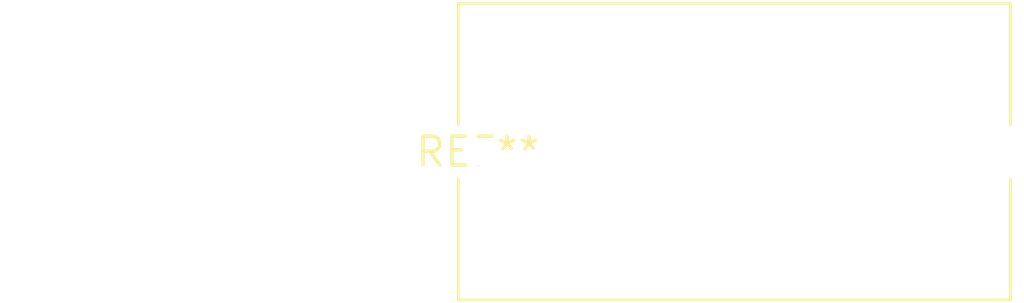
<source format=kicad_pcb>
(kicad_pcb (version 20240108) (generator pcbnew)
  (layers (0 "F.Cu" signal) (31 "B.Cu" signal) (34 "B.Paste" user) (35 "F.Paste" user) (36 "B.SilkS" user "B.Silkscreen") (37 "F.SilkS" user "F.Silkscreen") (38 "B.Mask" user) (39 "F.Mask" user) (44 "Edge.Cuts" user))
  (net 0 "")
  (footprint "C_Rect_L24.0mm_W12.8mm_P22.50mm_MKT" (layer "F.Cu") (at 0 0)
    (property "Reference" "REF**")
    (property "Value" "C_Rect_L24.0mm_W12.8mm_P22.50mm_MKT")
    (fp_line (start -0.87 -6.52) (end -0.87 -1.185) (layer "F.SilkS") (stroke (width 0.12)))
    (fp_line (start -0.87 -6.52) (end 23.37 -6.52) (layer "F.SilkS") (stroke (width 0.12)))
    (fp_line (start -0.87 1.185) (end -0.87 6.52) (layer "F.SilkS") (stroke (width 0.12)))
    (fp_line (start -0.87 6.52) (end 23.37 6.52) (layer "F.SilkS") (stroke (width 0.12)))
    (fp_line (start 23.37 -6.52) (end 23.37 -1.185) (layer "F.SilkS") (stroke (width 0.12)))
    (fp_line (start 23.37 1.185) (end 23.37 6.52) (layer "F.SilkS") (stroke (width 0.12)))
    (pad "1" thru_hole circle (at 0 0) (size 2.4 2.4) (drill 1.2) (layers *.Cu *.Mask) (remove_unused_layers))
    (pad "2" thru_hole circle (at 22.5 0) (size 2.4 2.4) (drill 1.2) (layers *.Cu *.Mask) (remove_unused_layers))
  )
)
</source>
